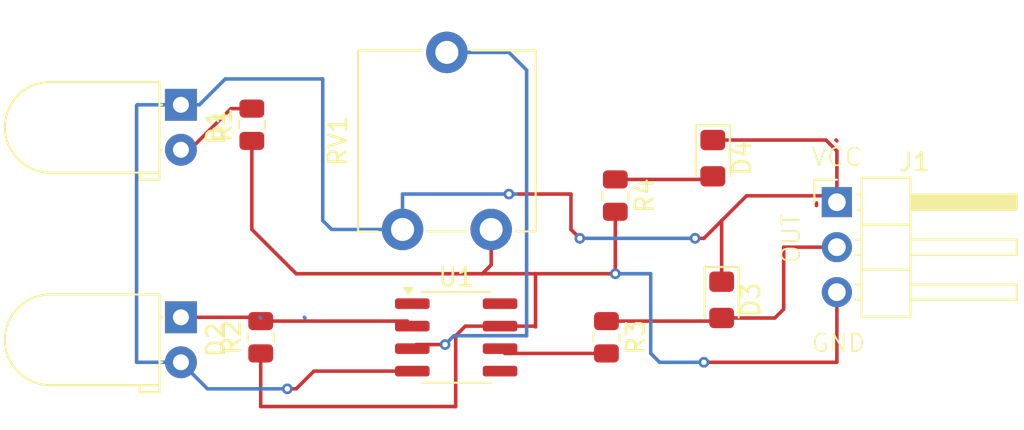
<source format=kicad_pcb>
(kicad_pcb (version 20241229) (generator "pcbnew") (generator_version "9.0")
  (layers (0 "F.Cu" signal) (2 "B.Cu" signal) (13 "F.Paste" user) (15 "B.Paste" user) (5 "F.SilkS" user "F.Silkscreen") (7 "B.SilkS" user "B.Silkscreen") (1 "F.Mask" user) (3 "B.Mask" user) (25 "Edge.Cuts" user))
  (net 0 "")
  (net 1 "Net-(D1-A)")
  (net 2 "Net-(D1-K)")
  (net 3 "Net-(D2-K)")
  (net 4 "Net-(D3-A)")
  (net 5 "Net-(D4-A)")
  (net 6 "Net-(U1-+)")
  (net 10 "Net-(R3-Pad2)")
  (net 11 "Net-(J1-Pin_3)")
  (footprint "Resistor_SMD:R_0805_2012Metric" (layer "F.Cu") (at 37.5 50.5875 90)
    (property "Reference" "R1" (at 0 -1.65 90) (layer "F.SilkS"))
    (property "Value" "330")
    (fp_line (start -0.227064 -0.735) (end 0.227064 -0.735) (stroke (width 0.12)) (layer "F.SilkS"))
    (fp_line (start -0.227064 0.735) (end 0.227064 0.735) (stroke (width 0.12)) (layer "F.SilkS"))
    (pad "1" smd roundrect (at -0.9125 0 90) (size 1.025 1.4) (layers "F.Cu" "F.Mask" "F.Paste") (roundrect_rratio 0.243902) (net 11 "Net-(J1-Pin_3)"))
    (pad "2" smd roundrect (at 0.9125 0 90) (size 1.025 1.4) (layers "F.Cu" "F.Mask" "F.Paste") (roundrect_rratio 0.243902) (net 1 "Net-(D1-A)"))
  )
  (footprint "Resistor_SMD:R_0805_2012Metric" (layer "F.Cu") (at 57.5 62.5875 -90)
    (property "Reference" "R3" (at 0 -1.65 90) (layer "F.SilkS"))
    (property "Value" "100")
    (fp_line (start -0.227064 0.735) (end 0.227064 0.735) (stroke (width 0.12)) (layer "F.SilkS"))
    (fp_line (start -0.227064 -0.735) (end 0.227064 -0.735) (stroke (width 0.12)) (layer "F.SilkS"))
    (pad "1" smd roundrect (at -0.9125 0 270) (size 1.025 1.4) (layers "F.Cu" "F.Mask" "F.Paste") (roundrect_rratio 0.243902) (net 4 "Net-(D3-A)"))
    (pad "2" smd roundrect (at 0.9125 0 270) (size 1.025 1.4) (layers "F.Cu" "F.Mask" "F.Paste") (roundrect_rratio 0.243902) (net 10 "Net-(R3-Pad2)"))
  )
  (footprint "Connector_PinHeader_2.54mm:PinHeader_1x03_P2.54mm_Horizontal" (layer "F.Cu") (at 70.5 54.96)
    (property "Reference" "J1" (at 4.385 -2.27 0) (layer "F.SilkS"))
    (property "Value" "Conn_01x03_Socket")
    (fp_line (start -1.27 -1.27) (end 0 -1.27) (stroke (width 0.12)) (layer "F.SilkS"))
    (fp_line (start -1.27 0) (end -1.27 -1.27) (stroke (width 0.12)) (layer "F.SilkS"))
    (fp_line (start 1.077358 2.11) (end 1.39 2.11) (stroke (width 0.12)) (layer "F.SilkS"))
    (fp_line (start 1.077358 2.97) (end 1.39 2.97) (stroke (width 0.12)) (layer "F.SilkS"))
    (fp_line (start 1.077358 4.65) (end 1.39 4.65) (stroke (width 0.12)) (layer "F.SilkS"))
    (fp_line (start 1.077358 5.51) (end 1.39 5.51) (stroke (width 0.12)) (layer "F.SilkS"))
    (fp_line (start 1.16 -0.43) (end 1.39 -0.43) (stroke (width 0.12)) (layer "F.SilkS"))
    (fp_line (start 1.16 0.43) (end 1.39 0.43) (stroke (width 0.12)) (layer "F.SilkS"))
    (fp_line (start 1.39 -1.38) (end 1.39 6.46) (stroke (width 0.12)) (layer "F.SilkS"))
    (fp_line (start 1.39 1.27) (end 4.15 1.27) (stroke (width 0.12)) (layer "F.SilkS"))
    (fp_line (start 1.39 3.81) (end 4.15 3.81) (stroke (width 0.12)) (layer "F.SilkS"))
    (fp_line (start 1.39 6.46) (end 4.15 6.46) (stroke (width 0.12)) (layer "F.SilkS"))
    (fp_line (start 4.15 -1.38) (end 1.39 -1.38) (stroke (width 0.12)) (layer "F.SilkS"))
    (fp_line (start 4.15 2.11) (end 10.15 2.11) (stroke (width 0.12)) (layer "F.SilkS"))
    (fp_line (start 4.15 4.65) (end 10.15 4.65) (stroke (width 0.12)) (layer "F.SilkS"))
    (fp_line (start 4.15 6.46) (end 4.15 -1.38) (stroke (width 0.12)) (layer "F.SilkS"))
    (fp_line (start 10.15 2.11) (end 10.15 2.97) (stroke (width 0.12)) (layer "F.SilkS"))
    (fp_line (start 10.15 2.97) (end 4.15 2.97) (stroke (width 0.12)) (layer "F.SilkS"))
    (fp_line (start 10.15 4.65) (end 10.15 5.51) (stroke (width 0.12)) (layer "F.SilkS"))
    (fp_line (start 10.15 5.51) (end 4.15 5.51) (stroke (width 0.12)) (layer "F.SilkS"))
    (fp_rect (start 4.15 -0.43) (end 10.15 0.43) (stroke (width 0.12)) (fill yes) (layer "F.SilkS"))
    (pad "1" thru_hole rect (at 0 0) (size 1.7 1.7) (drill 1) (layers "*.Cu" "*.Mask") (net 2 "Net-(D1-K)"))
    (pad "2" thru_hole circle (at 0 2.54) (size 1.7 1.7) (drill 1) (layers "*.Cu" "*.Mask") (net 4 "Net-(D3-A)"))
    (pad "3" thru_hole circle (at 0 5.08) (size 1.7 1.7) (drill 1) (layers "*.Cu" "*.Mask") (net 11 "Net-(J1-Pin_3)"))
  )
  (footprint "Resistor_SMD:R_0805_2012Metric" (layer "F.Cu") (at 38 62.5875 90)
    (property "Reference" "R2" (at 0 -1.65 90) (layer "F.SilkS"))
    (property "Value" "330")
    (fp_line (start -0.227064 -0.735) (end 0.227064 -0.735) (stroke (width 0.12)) (layer "F.SilkS"))
    (fp_line (start -0.227064 0.735) (end 0.227064 0.735) (stroke (width 0.12)) (layer "F.SilkS"))
    (pad "1" smd roundrect (at -0.9125 0 90) (size 1.025 1.4) (layers "F.Cu" "F.Mask" "F.Paste") (roundrect_rratio 0.243902) (net 11 "Net-(J1-Pin_3)"))
    (pad "2" smd roundrect (at 0.9125 0 90) (size 1.025 1.4) (layers "F.Cu" "F.Mask" "F.Paste") (roundrect_rratio 0.243902) (net 3 "Net-(D2-K)"))
  )
  (footprint "LED_SMD:LED_0805_2012Metric_Pad1.15x1.40mm_HandSolder" (layer "F.Cu") (at 63.5 52.475 -90)
    (property "Reference" "D4" (at 0 -1.65 90) (layer "F.SilkS"))
    (property "Value" "PWR_LED")
    (fp_line (start -1.86 0.96) (end 1 0.96) (stroke (width 0.12)) (layer "F.SilkS"))
    (fp_line (start -1.86 -0.96) (end -1.86 0.96) (stroke (width 0.12)) (layer "F.SilkS"))
    (fp_line (start 1 -0.96) (end -1.86 -0.96) (stroke (width 0.12)) (layer "F.SilkS"))
    (pad "1" smd roundrect (at -1.025 0 270) (size 1.15 1.4) (layers "F.Cu" "F.Mask" "F.Paste") (roundrect_rratio 0.217391) (net 2 "Net-(D1-K)"))
    (pad "2" smd roundrect (at 1.025 0 270) (size 1.15 1.4) (layers "F.Cu" "F.Mask" "F.Paste") (roundrect_rratio 0.217391) (net 5 "Net-(D4-A)"))
  )
  (footprint "LED_THT:LED_D5.0mm_Horizontal_O1.27mm_Z3.0mm" (layer "F.Cu") (at 33.5 49.46 -90)
    (property "Reference" "D1" (at 1.27 -1.96 90) (layer "F.SilkS"))
    (property "Value" "IR LED")
    (fp_line (start 3.83 2.33) (end 3.83 1.21) (stroke (width 0.12)) (layer "F.SilkS"))
    (fp_line (start 4.23 2.33) (end 3.83 2.33) (stroke (width 0.12)) (layer "F.SilkS"))
    (fp_line (start -1.29 1.21) (end -1.29 7.37) (stroke (width 0.12)) (layer "F.SilkS"))
    (fp_line (start -1.29 1.21) (end 3.83 1.21) (stroke (width 0.12)) (layer "F.SilkS"))
    (fp_line (start 0 1.21) (end 0 1.21) (stroke (width 0.12)) (layer "F.SilkS"))
    (fp_line (start 0 1.21) (end 0 1.08) (stroke (width 0.12)) (layer "F.SilkS"))
    (fp_line (start 2.54 1.21) (end 2.54 1.21) (stroke (width 0.12)) (layer "F.SilkS"))
    (fp_line (start 2.54 1.21) (end 2.54 1.08) (stroke (width 0.12)) (layer "F.SilkS"))
    (fp_line (start 3.83 1.21) (end 3.83 7.37) (stroke (width 0.12)) (layer "F.SilkS"))
    (fp_line (start 3.83 1.21) (end 4.23 1.21) (stroke (width 0.12)) (layer "F.SilkS"))
    (fp_line (start 4.23 1.21) (end 4.23 2.33) (stroke (width 0.12)) (layer "F.SilkS"))
    (fp_line (start 0 1.08) (end 0 1.21) (stroke (width 0.12)) (layer "F.SilkS"))
    (fp_line (start 0 1.08) (end 0 1.08) (stroke (width 0.12)) (layer "F.SilkS"))
    (fp_line (start 2.54 1.08) (end 2.54 1.21) (stroke (width 0.12)) (layer "F.SilkS"))
    (fp_line (start 2.54 1.08) (end 2.54 1.08) (stroke (width 0.12)) (layer "F.SilkS"))
    (fp_arc (start 3.83 7.37) (mid 1.27 9.93) (end -1.29 7.37) (stroke (width 0.12)) (layer "F.SilkS"))
    (pad "1" thru_hole rect (at 0 0 270) (size 1.8 1.8) (drill 0.9) (layers "*.Cu" "*.Mask") (net 2 "Net-(D1-K)"))
    (pad "2" thru_hole circle (at 2.54 0 270) (size 1.8 1.8) (drill 0.9) (layers "*.Cu" "*.Mask") (net 1 "Net-(D1-A)"))
  )
  (footprint "LED_THT:LED_D5.0mm_Horizontal_O1.27mm_Z3.0mm" (layer "F.Cu") (at 33.5 61.46 -90)
    (property "Reference" "D2" (at 1.27 -1.96 90) (layer "F.SilkS"))
    (property "Value" "D_Photo")
    (fp_line (start 3.83 2.33) (end 3.83 1.21) (stroke (width 0.12)) (layer "F.SilkS"))
    (fp_line (start 4.23 2.33) (end 3.83 2.33) (stroke (width 0.12)) (layer "F.SilkS"))
    (fp_line (start -1.29 1.21) (end -1.29 7.37) (stroke (width 0.12)) (layer "F.SilkS"))
    (fp_line (start -1.29 1.21) (end 3.83 1.21) (stroke (width 0.12)) (layer "F.SilkS"))
    (fp_line (start 0 1.21) (end 0 1.21) (stroke (width 0.12)) (layer "F.SilkS"))
    (fp_line (start 0 1.21) (end 0 1.08) (stroke (width 0.12)) (layer "F.SilkS"))
    (fp_line (start 2.54 1.21) (end 2.54 1.21) (stroke (width 0.12)) (layer "F.SilkS"))
    (fp_line (start 2.54 1.21) (end 2.54 1.08) (stroke (width 0.12)) (layer "F.SilkS"))
    (fp_line (start 3.83 1.21) (end 3.83 7.37) (stroke (width 0.12)) (layer "F.SilkS"))
    (fp_line (start 3.83 1.21) (end 4.23 1.21) (stroke (width 0.12)) (layer "F.SilkS"))
    (fp_line (start 4.23 1.21) (end 4.23 2.33) (stroke (width 0.12)) (layer "F.SilkS"))
    (fp_line (start 0 1.08) (end 0 1.21) (stroke (width 0.12)) (layer "F.SilkS"))
    (fp_line (start 0 1.08) (end 0 1.08) (stroke (width 0.12)) (layer "F.SilkS"))
    (fp_line (start 2.54 1.08) (end 2.54 1.21) (stroke (width 0.12)) (layer "F.SilkS"))
    (fp_line (start 2.54 1.08) (end 2.54 1.08) (stroke (width 0.12)) (layer "F.SilkS"))
    (fp_arc (start 3.83 7.37) (mid 1.27 9.93) (end -1.29 7.37) (stroke (width 0.12)) (layer "F.SilkS"))
    (pad "1" thru_hole rect (at 0 0 270) (size 1.8 1.8) (drill 0.9) (layers "*.Cu" "*.Mask") (net 3 "Net-(D2-K)"))
    (pad "2" thru_hole circle (at 2.54 0 270) (size 1.8 1.8) (drill 0.9) (layers "*.Cu" "*.Mask") (net 2 "Net-(D1-K)"))
  )
  (footprint "Resistor_SMD:R_0805_2012Metric" (layer "F.Cu") (at 58 54.5875 -90)
    (property "Reference" "R4" (at 0 -1.65 90) (layer "F.SilkS"))
    (property "Value" "330")
    (fp_line (start -0.227064 0.735) (end 0.227064 0.735) (stroke (width 0.12)) (layer "F.SilkS"))
    (fp_line (start -0.227064 -0.735) (end 0.227064 -0.735) (stroke (width 0.12)) (layer "F.SilkS"))
    (pad "1" smd roundrect (at -0.9125 0 270) (size 1.025 1.4) (layers "F.Cu" "F.Mask" "F.Paste") (roundrect_rratio 0.243902) (net 5 "Net-(D4-A)"))
    (pad "2" smd roundrect (at 0.9125 0 270) (size 1.025 1.4) (layers "F.Cu" "F.Mask" "F.Paste") (roundrect_rratio 0.243902) (net 11 "Net-(J1-Pin_3)"))
  )
  (footprint "Package_SO:SOIC-8_3.9x4.9mm_P1.27mm" (layer "F.Cu") (at 49.025 62.595)
    (property "Reference" "U1" (at 0 -3.4 0) (layer "F.SilkS"))
    (property "Value" "LM741")
    (fp_line (start 0 -2.56) (end -1.95 -2.56) (stroke (width 0.12)) (layer "F.SilkS"))
    (fp_line (start 0 -2.56) (end 1.95 -2.56) (stroke (width 0.12)) (layer "F.SilkS"))
    (fp_line (start 0 2.56) (end -1.95 2.56) (stroke (width 0.12)) (layer "F.SilkS"))
    (fp_line (start 0 2.56) (end 1.95 2.56) (stroke (width 0.12)) (layer "F.SilkS"))
    (fp_poly (pts (xy -2.7 -2.465) (xy -2.94 -2.795) (xy -2.46 -2.795)) (stroke (width 0.12)) (fill yes) (layer "F.SilkS"))
    (pad "1" smd roundrect (at -2.475 -1.905) (size 1.95 0.6) (layers "F.Cu" "F.Mask" "F.Paste"))
    (pad "2" smd roundrect (at -2.475 -0.635) (size 1.95 0.6) (layers "F.Cu" "F.Mask" "F.Paste") (net 3 "Net-(D2-K)"))
    (pad "3" smd roundrect (at -2.475 0.635) (size 1.95 0.6) (layers "F.Cu" "F.Mask" "F.Paste") (net 6 "Net-(U1-+)"))
    (pad "4" smd roundrect (at -2.475 1.905) (size 1.95 0.6) (layers "F.Cu" "F.Mask" "F.Paste") (net 2 "Net-(D1-K)"))
    (pad "5" smd roundrect (at 2.475 1.905) (size 1.95 0.6) (layers "F.Cu" "F.Mask" "F.Paste"))
    (pad "6" smd roundrect (at 2.475 0.635) (size 1.95 0.6) (layers "F.Cu" "F.Mask" "F.Paste") (net 10 "Net-(R3-Pad2)"))
    (pad "7" smd roundrect (at 2.475 -0.635) (size 1.95 0.6) (layers "F.Cu" "F.Mask" "F.Paste") (net 11 "Net-(J1-Pin_3)"))
    (pad "8" smd roundrect (at 2.475 -1.905) (size 1.95 0.6) (layers "F.Cu" "F.Mask" "F.Paste"))
  )
  (footprint "LED_SMD:LED_0805_2012Metric_Pad1.15x1.40mm_HandSolder" (layer "F.Cu") (at 64 60.475 -90)
    (property "Reference" "D3" (at 0 -1.65 90) (layer "F.SilkS"))
    (property "Value" "OUT_LED")
    (fp_line (start -1.86 0.96) (end 1 0.96) (stroke (width 0.12)) (layer "F.SilkS"))
    (fp_line (start -1.86 -0.96) (end -1.86 0.96) (stroke (width 0.12)) (layer "F.SilkS"))
    (fp_line (start 1 -0.96) (end -1.86 -0.96) (stroke (width 0.12)) (layer "F.SilkS"))
    (pad "1" smd roundrect (at -1.025 0 270) (size 1.15 1.4) (layers "F.Cu" "F.Mask" "F.Paste") (roundrect_rratio 0.217391) (net 2 "Net-(D1-K)"))
    (pad "2" smd roundrect (at 1.025 0 270) (size 1.15 1.4) (layers "F.Cu" "F.Mask" "F.Paste") (roundrect_rratio 0.217391) (net 4 "Net-(D3-A)"))
  )
  (footprint "Potentiometer_THT:Potentiometer_ACP_CA9-V10_Vertical_Hole" (layer "F.Cu") (at 51 56.5 90)
    (property "Reference" "RV1" (at 5 -8.65 90) (layer "F.SilkS"))
    (property "Value" "10k_R_Potentiometer")
    (fp_line (start 10.11 -7.51) (end 10.11 -3.896) (stroke (width 0.12)) (layer "F.SilkS"))
    (fp_line (start -0.11 -7.51) (end 10.11 -7.51) (stroke (width 0.12)) (layer "F.SilkS"))
    (fp_line (start -0.11 -7.51) (end -0.11 -6.396) (stroke (width 0.12)) (layer "F.SilkS"))
    (fp_line (start -0.11 -3.604) (end -0.11 -1.396) (stroke (width 0.12)) (layer "F.SilkS"))
    (fp_line (start 10.11 -1.104) (end 10.11 2.51) (stroke (width 0.12)) (layer "F.SilkS"))
    (fp_line (start -0.11 1.396) (end -0.11 2.51) (stroke (width 0.12)) (layer "F.SilkS"))
    (fp_line (start -0.11 2.51) (end 10.11 2.51) (stroke (width 0.12)) (layer "F.SilkS"))
    (pad "" np_thru_hole circle (at 5 -2.5 90) (size 4 4) (drill 4) (layers "*.Cu" "*.Mask"))
    (pad "1" thru_hole circle (at 0 0 90) (size 2.34 2.34) (drill 1.3) (layers "*.Cu" "*.Mask") (net 11 "Net-(J1-Pin_3)"))
    (pad "2" thru_hole circle (at 10 -2.5 90) (size 2.34 2.34) (drill 1.3) (layers "*.Cu" "*.Mask") (net 6 "Net-(U1-+)"))
    (pad "3" thru_hole circle (at 0 -5 90) (size 2.34 2.34) (drill 1.3) (layers "*.Cu" "*.Mask") (net 2 "Net-(D1-K)"))
  )
  (gr_text "VCC" (at 69 53 0) (layer "F.SilkS") (effects (font (size 1 1) (thickness 0.1)) (justify left bottom)))
  (gr_text "GND" (at 69 63.5 0) (layer "F.SilkS") (effects (font (size 1 1) (thickness 0.1)) (justify left bottom)))
  (gr_text "OUT" (at 68.5 58.5 90) (layer "F.SilkS") (effects (font (size 1 1) (thickness 0.1)) (justify left bottom)))
  (segment (start 34 52) (end 36.325 49.675) (width 0.2) (layer "F.Cu") (net 1))
  (segment (start 36.96 49.46) (end 37 49.5) (width 0.2) (layer "F.Cu") (net 1))
  (segment (start 36.325 49.675) (end 37.5 49.675) (width 0.2) (layer "F.Cu") (net 1))
  (segment (start 33.5 52) (end 34 52) (width 0.2) (layer "F.Cu") (net 1))
  (segment (start 69.8829 51.45) (end 70.5 52.0671) (width 0.2) (layer "F.Cu") (net 2))
  (segment (start 62.5 57) (end 63 57) (width 0.2) (layer "F.Cu") (net 2))
  (segment (start 55.5 56.5) (end 56 57) (width 0.2) (layer "F.Cu") (net 2))
  (segment (start 63.5 51.45) (end 69.8829 51.45) (width 0.2) (layer "F.Cu") (net 2))
  (segment (start 63 57) (end 64 56) (width 0.2) (layer "F.Cu") (net 2))
  (segment (start 70.5 52.0671) (end 70.5 54.96) (width 0.2) (layer "F.Cu") (net 2))
  (segment (start 41 64.5) (end 40 65.5) (width 0.2) (layer "F.Cu") (net 2))
  (segment (start 40 65.5) (end 39.5 65.5) (width 0.2) (layer "F.Cu") (net 2))
  (segment (start 64 59.45) (end 64 56) (width 0.2) (layer "F.Cu") (net 2))
  (segment (start 46.55 64.5) (end 41 64.5) (width 0.2) (layer "F.Cu") (net 2))
  (segment (start 65.401 54.599) (end 70.139 54.599) (width 0.2) (layer "F.Cu") (net 2))
  (segment (start 70.139 54.599) (end 70.5 54.96) (width 0.2) (layer "F.Cu") (net 2))
  (segment (start 64 56) (end 65.401 54.599) (width 0.2) (layer "F.Cu") (net 2))
  (segment (start 55.5 54.5) (end 55.5 56.5) (width 0.2) (layer "F.Cu") (net 2))
  (segment (start 52 54.5) (end 55.5 54.5) (width 0.2) (layer "F.Cu") (net 2))
  (via (at 52 54.5) (size 0.6) (drill 0.3) (layers "F.Cu" "B.Cu") (net 2))
  (via (at 39.5 65.5) (size 0.6) (drill 0.3) (layers "F.Cu" "B.Cu") (net 2))
  (via (at 62.5 57) (size 0.6) (drill 0.3) (layers "F.Cu" "B.Cu") (net 2))
  (via (at 56 57) (size 0.6) (drill 0.3) (layers "F.Cu" "B.Cu") (net 2))
  (segment (start 36 48) (end 41.5 48) (width 0.2) (layer "B.Cu") (net 2))
  (segment (start 40.5 61.5) (end 40.46 61.46) (width 0.2) (layer "B.Cu") (net 2))
  (segment (start 39.5 65.5) (end 35 65.5) (width 0.2) (layer "B.Cu") (net 2))
  (segment (start 52.4 54.5) (end 52 54.5) (width 0.2) (layer "B.Cu") (net 2))
  (segment (start 34.54 49.46) (end 36 48) (width 0.2) (layer "B.Cu") (net 2))
  (segment (start 41.5 48) (end 41.5 56) (width 0.2) (layer "B.Cu") (net 2))
  (segment (start 31.04 49.46) (end 33.5 49.46) (width 0.2) (layer "B.Cu") (net 2))
  (segment (start 41.5 56) (end 42 56.5) (width 0.2) (layer "B.Cu") (net 2))
  (segment (start 46 56.5) (end 46 54.5) (width 0.2) (layer "B.Cu") (net 2))
  (segment (start 35 65.5) (end 33.5 64) (width 0.2) (layer "B.Cu") (net 2))
  (segment (start 46 54.5) (end 52.4 54.5) (width 0.2) (layer "B.Cu") (net 2))
  (segment (start 31 49.5) (end 31.04 49.46) (width 0.2) (layer "B.Cu") (net 2))
  (segment (start 31 64) (end 31 49.5) (width 0.2) (layer "B.Cu") (net 2))
  (segment (start 56 57) (end 62.5 57) (width 0.2) (layer "B.Cu") (net 2))
  (segment (start 42 56.5) (end 46 56.5) (width 0.2) (layer "B.Cu") (net 2))
  (segment (start 33.5 64) (end 31 64) (width 0.2) (layer "B.Cu") (net 2))
  (segment (start 33.5 49.46) (end 34.54 49.46) (width 0.2) (layer "B.Cu") (net 2))
  (segment (start 33.5 61.46) (end 37.785 61.46) (width 0.2) (layer "F.Cu") (net 3))
  (segment (start 46.265 61.675) (end 46.55 61.96) (width 0.2) (layer "F.Cu") (net 3))
  (segment (start 37.785 61.46) (end 38 61.675) (width 0.2) (layer "F.Cu") (net 3))
  (segment (start 38 61.675) (end 46.265 61.675) (width 0.2) (layer "F.Cu") (net 3))
  (segment (start 37.96 61.46) (end 38 61.5) (width 0.2) (layer "B.Cu") (net 3))
  (segment (start 63.825 61.675) (end 64 61.5) (width 0.2) (layer "F.Cu") (net 4))
  (segment (start 67.5 57.5) (end 70.5 57.5) (width 0.2) (layer "F.Cu") (net 4))
  (segment (start 64 61.5) (end 67 61.5) (width 0.2) (layer "F.Cu") (net 4))
  (segment (start 69.349 55.151) (end 69.349 55) (width 0.2) (layer "F.Cu") (net 4))
  (segment (start 67 61.5) (end 67.5 61) (width 0.2) (layer "F.Cu") (net 4))
  (segment (start 57.5 61.675) (end 63.825 61.675) (width 0.2) (layer "F.Cu") (net 4))
  (segment (start 67.5 61) (end 67.5 57.5) (width 0.2) (layer "F.Cu") (net 4))
  (segment (start 58 53.675) (end 63.325 53.675) (width 0.2) (layer "F.Cu") (net 5))
  (segment (start 63.325 53.675) (end 63.5 53.5) (width 0.2) (layer "F.Cu") (net 5))
  (segment (start 70.45 51.45) (end 70.5 51.5) (width 0.2) (layer "F.Cu") (net 5))
  (segment (start 48.4 63) (end 46.78 63) (width 0.2) (layer "F.Cu") (net 6))
  (segment (start 46.78 63) (end 46.55 63.23) (width 0.2) (layer "F.Cu") (net 6))
  (via (at 48.4 63) (size 0.6) (drill 0.3) (layers "F.Cu" "B.Cu") (net 6))
  (segment (start 53 47.5) (end 53 58.5) (width 0.2) (layer "B.Cu") (net 6))
  (segment (start 48.5 46.5) (end 52 46.5) (width 0.2) (layer "B.Cu") (net 6))
  (segment (start 53 58.5) (end 53 62.5) (width 0.2) (layer "B.Cu") (net 6))
  (segment (start 52 46.5) (end 53 47.5) (width 0.2) (layer "B.Cu") (net 6))
  (segment (start 48.9 62.5) (end 48.4 63) (width 0.2) (layer "B.Cu") (net 6))
  (segment (start 53 62.5) (end 48.9 62.5) (width 0.2) (layer "B.Cu") (net 6))
  (segment (start 51.77 63.5) (end 51.5 63.23) (width 0.2) (layer "F.Cu") (net 10))
  (segment (start 57.23 63.23) (end 57.5 63.5) (width 0.2) (layer "F.Cu") (net 10))
  (segment (start 57.5 63.5) (end 51.77 63.5) (width 0.2) (layer "F.Cu") (net 10))
  (segment (start 49 62.5) (end 49.54 61.96) (width 0.2) (layer "F.Cu") (net 11))
  (segment (start 70.5 60.04) (end 70.5 64) (width 0.2) (layer "F.Cu") (net 11))
  (segment (start 53.46 61.96) (end 53.5 62) (width 0.2) (layer "F.Cu") (net 11))
  (segment (start 40 59) (end 50.5 59) (width 0.2) (layer "F.Cu") (net 11))
  (segment (start 58 59) (end 53.5 59) (width 0.2) (layer "F.Cu") (net 11))
  (segment (start 51.5 61.96) (end 53.46 61.96) (width 0.2) (layer "F.Cu") (net 11))
  (segment (start 37.5 51.5) (end 37.5 56.5) (width 0.2) (layer "F.Cu") (net 11))
  (segment (start 38 66.5) (end 49 66.5) (width 0.2) (layer "F.Cu") (net 11))
  (segment (start 70.5 64) (end 63 64) (width 0.2) (layer "F.Cu") (net 11))
  (segment (start 58 55.5) (end 58 59) (width 0.2) (layer "F.Cu") (net 11))
  (segment (start 49.54 61.96) (end 51.5 61.96) (width 0.2) (layer "F.Cu") (net 11))
  (segment (start 50.5 59) (end 51 58.5) (width 0.2) (layer "F.Cu") (net 11))
  (segment (start 49 66.5) (end 49 62.5) (width 0.2) (layer "F.Cu") (net 11))
  (segment (start 37.5 56.5) (end 40 59) (width 0.2) (layer "F.Cu") (net 11))
  (segment (start 53.5 62) (end 53.5 59) (width 0.2) (layer "F.Cu") (net 11))
  (segment (start 53.5 59) (end 50.5 59) (width 0.2) (layer "F.Cu") (net 11))
  (segment (start 38 63.5) (end 38 66.5) (width 0.2) (layer "F.Cu") (net 11))
  (segment (start 51 58.5) (end 51 56.5) (width 0.2) (layer "F.Cu") (net 11))
  (via (at 58 59) (size 0.6) (drill 0.3) (layers "F.Cu" "B.Cu") (net 11))
  (via (at 63 64) (size 0.6) (drill 0.3) (layers "F.Cu" "B.Cu") (net 11))
  (segment (start 63 64) (end 60.5 64) (width 0.2) (layer "B.Cu") (net 11))
  (segment (start 60.5 64) (end 60 63.5) (width 0.2) (layer "B.Cu") (net 11))
  (segment (start 60 59) (end 58 59) (width 0.2) (layer "B.Cu") (net 11))
  (segment (start 60 63.5) (end 60 59) (width 0.2) (layer "B.Cu") (net 11))
)
</source>
